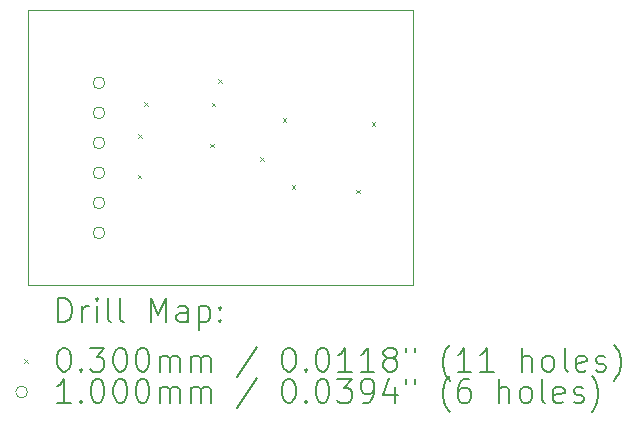
<source format=gbr>
%TF.GenerationSoftware,KiCad,Pcbnew,9.0.5*%
%TF.CreationDate,2025-12-11T06:10:03-03:00*%
%TF.ProjectId,dual IMU_module,6475616c-2049-44d5-955f-6d6f64756c65,rev?*%
%TF.SameCoordinates,Original*%
%TF.FileFunction,Drillmap*%
%TF.FilePolarity,Positive*%
%FSLAX45Y45*%
G04 Gerber Fmt 4.5, Leading zero omitted, Abs format (unit mm)*
G04 Created by KiCad (PCBNEW 9.0.5) date 2025-12-11 06:10:03*
%MOMM*%
%LPD*%
G01*
G04 APERTURE LIST*
%ADD10C,0.050000*%
%ADD11C,0.200000*%
%ADD12C,0.100000*%
G04 APERTURE END LIST*
D10*
X12352000Y-6903000D02*
X15615000Y-6903000D01*
X15615000Y-9230000D01*
X12352000Y-9230000D01*
X12352000Y-6903000D01*
D11*
D12*
X13284000Y-8299000D02*
X13314000Y-8329000D01*
X13314000Y-8299000D02*
X13284000Y-8329000D01*
X13287000Y-7956000D02*
X13317000Y-7986000D01*
X13317000Y-7956000D02*
X13287000Y-7986000D01*
X13336000Y-7686000D02*
X13366000Y-7716000D01*
X13366000Y-7686000D02*
X13336000Y-7716000D01*
X13898000Y-8037000D02*
X13928000Y-8067000D01*
X13928000Y-8037000D02*
X13898000Y-8067000D01*
X13909000Y-7688000D02*
X13939000Y-7718000D01*
X13939000Y-7688000D02*
X13909000Y-7718000D01*
X13964000Y-7489000D02*
X13994000Y-7519000D01*
X13994000Y-7489000D02*
X13964000Y-7519000D01*
X14319000Y-8151000D02*
X14349000Y-8181000D01*
X14349000Y-8151000D02*
X14319000Y-8181000D01*
X14508000Y-7819000D02*
X14538000Y-7849000D01*
X14538000Y-7819000D02*
X14508000Y-7849000D01*
X14587000Y-8385000D02*
X14617000Y-8415000D01*
X14617000Y-8385000D02*
X14587000Y-8415000D01*
X15131000Y-8424000D02*
X15161000Y-8454000D01*
X15161000Y-8424000D02*
X15131000Y-8454000D01*
X15265000Y-7853000D02*
X15295000Y-7883000D01*
X15295000Y-7853000D02*
X15265000Y-7883000D01*
X13004000Y-7520000D02*
G75*
G02*
X12904000Y-7520000I-50000J0D01*
G01*
X12904000Y-7520000D02*
G75*
G02*
X13004000Y-7520000I50000J0D01*
G01*
X13004000Y-7774000D02*
G75*
G02*
X12904000Y-7774000I-50000J0D01*
G01*
X12904000Y-7774000D02*
G75*
G02*
X13004000Y-7774000I50000J0D01*
G01*
X13004000Y-8028000D02*
G75*
G02*
X12904000Y-8028000I-50000J0D01*
G01*
X12904000Y-8028000D02*
G75*
G02*
X13004000Y-8028000I50000J0D01*
G01*
X13004000Y-8282000D02*
G75*
G02*
X12904000Y-8282000I-50000J0D01*
G01*
X12904000Y-8282000D02*
G75*
G02*
X13004000Y-8282000I50000J0D01*
G01*
X13004000Y-8536000D02*
G75*
G02*
X12904000Y-8536000I-50000J0D01*
G01*
X12904000Y-8536000D02*
G75*
G02*
X13004000Y-8536000I50000J0D01*
G01*
X13004000Y-8790000D02*
G75*
G02*
X12904000Y-8790000I-50000J0D01*
G01*
X12904000Y-8790000D02*
G75*
G02*
X13004000Y-8790000I50000J0D01*
G01*
D11*
X12610277Y-9543984D02*
X12610277Y-9343984D01*
X12610277Y-9343984D02*
X12657896Y-9343984D01*
X12657896Y-9343984D02*
X12686467Y-9353508D01*
X12686467Y-9353508D02*
X12705515Y-9372555D01*
X12705515Y-9372555D02*
X12715039Y-9391603D01*
X12715039Y-9391603D02*
X12724562Y-9429698D01*
X12724562Y-9429698D02*
X12724562Y-9458270D01*
X12724562Y-9458270D02*
X12715039Y-9496365D01*
X12715039Y-9496365D02*
X12705515Y-9515412D01*
X12705515Y-9515412D02*
X12686467Y-9534460D01*
X12686467Y-9534460D02*
X12657896Y-9543984D01*
X12657896Y-9543984D02*
X12610277Y-9543984D01*
X12810277Y-9543984D02*
X12810277Y-9410650D01*
X12810277Y-9448746D02*
X12819801Y-9429698D01*
X12819801Y-9429698D02*
X12829324Y-9420174D01*
X12829324Y-9420174D02*
X12848372Y-9410650D01*
X12848372Y-9410650D02*
X12867420Y-9410650D01*
X12934086Y-9543984D02*
X12934086Y-9410650D01*
X12934086Y-9343984D02*
X12924562Y-9353508D01*
X12924562Y-9353508D02*
X12934086Y-9363031D01*
X12934086Y-9363031D02*
X12943610Y-9353508D01*
X12943610Y-9353508D02*
X12934086Y-9343984D01*
X12934086Y-9343984D02*
X12934086Y-9363031D01*
X13057896Y-9543984D02*
X13038848Y-9534460D01*
X13038848Y-9534460D02*
X13029324Y-9515412D01*
X13029324Y-9515412D02*
X13029324Y-9343984D01*
X13162658Y-9543984D02*
X13143610Y-9534460D01*
X13143610Y-9534460D02*
X13134086Y-9515412D01*
X13134086Y-9515412D02*
X13134086Y-9343984D01*
X13391229Y-9543984D02*
X13391229Y-9343984D01*
X13391229Y-9343984D02*
X13457896Y-9486841D01*
X13457896Y-9486841D02*
X13524562Y-9343984D01*
X13524562Y-9343984D02*
X13524562Y-9543984D01*
X13705515Y-9543984D02*
X13705515Y-9439222D01*
X13705515Y-9439222D02*
X13695991Y-9420174D01*
X13695991Y-9420174D02*
X13676943Y-9410650D01*
X13676943Y-9410650D02*
X13638848Y-9410650D01*
X13638848Y-9410650D02*
X13619801Y-9420174D01*
X13705515Y-9534460D02*
X13686467Y-9543984D01*
X13686467Y-9543984D02*
X13638848Y-9543984D01*
X13638848Y-9543984D02*
X13619801Y-9534460D01*
X13619801Y-9534460D02*
X13610277Y-9515412D01*
X13610277Y-9515412D02*
X13610277Y-9496365D01*
X13610277Y-9496365D02*
X13619801Y-9477317D01*
X13619801Y-9477317D02*
X13638848Y-9467793D01*
X13638848Y-9467793D02*
X13686467Y-9467793D01*
X13686467Y-9467793D02*
X13705515Y-9458270D01*
X13800753Y-9410650D02*
X13800753Y-9610650D01*
X13800753Y-9420174D02*
X13819801Y-9410650D01*
X13819801Y-9410650D02*
X13857896Y-9410650D01*
X13857896Y-9410650D02*
X13876943Y-9420174D01*
X13876943Y-9420174D02*
X13886467Y-9429698D01*
X13886467Y-9429698D02*
X13895991Y-9448746D01*
X13895991Y-9448746D02*
X13895991Y-9505889D01*
X13895991Y-9505889D02*
X13886467Y-9524936D01*
X13886467Y-9524936D02*
X13876943Y-9534460D01*
X13876943Y-9534460D02*
X13857896Y-9543984D01*
X13857896Y-9543984D02*
X13819801Y-9543984D01*
X13819801Y-9543984D02*
X13800753Y-9534460D01*
X13981705Y-9524936D02*
X13991229Y-9534460D01*
X13991229Y-9534460D02*
X13981705Y-9543984D01*
X13981705Y-9543984D02*
X13972182Y-9534460D01*
X13972182Y-9534460D02*
X13981705Y-9524936D01*
X13981705Y-9524936D02*
X13981705Y-9543984D01*
X13981705Y-9420174D02*
X13991229Y-9429698D01*
X13991229Y-9429698D02*
X13981705Y-9439222D01*
X13981705Y-9439222D02*
X13972182Y-9429698D01*
X13972182Y-9429698D02*
X13981705Y-9420174D01*
X13981705Y-9420174D02*
X13981705Y-9439222D01*
D12*
X12319500Y-9857500D02*
X12349500Y-9887500D01*
X12349500Y-9857500D02*
X12319500Y-9887500D01*
D11*
X12648372Y-9763984D02*
X12667420Y-9763984D01*
X12667420Y-9763984D02*
X12686467Y-9773508D01*
X12686467Y-9773508D02*
X12695991Y-9783031D01*
X12695991Y-9783031D02*
X12705515Y-9802079D01*
X12705515Y-9802079D02*
X12715039Y-9840174D01*
X12715039Y-9840174D02*
X12715039Y-9887793D01*
X12715039Y-9887793D02*
X12705515Y-9925889D01*
X12705515Y-9925889D02*
X12695991Y-9944936D01*
X12695991Y-9944936D02*
X12686467Y-9954460D01*
X12686467Y-9954460D02*
X12667420Y-9963984D01*
X12667420Y-9963984D02*
X12648372Y-9963984D01*
X12648372Y-9963984D02*
X12629324Y-9954460D01*
X12629324Y-9954460D02*
X12619801Y-9944936D01*
X12619801Y-9944936D02*
X12610277Y-9925889D01*
X12610277Y-9925889D02*
X12600753Y-9887793D01*
X12600753Y-9887793D02*
X12600753Y-9840174D01*
X12600753Y-9840174D02*
X12610277Y-9802079D01*
X12610277Y-9802079D02*
X12619801Y-9783031D01*
X12619801Y-9783031D02*
X12629324Y-9773508D01*
X12629324Y-9773508D02*
X12648372Y-9763984D01*
X12800753Y-9944936D02*
X12810277Y-9954460D01*
X12810277Y-9954460D02*
X12800753Y-9963984D01*
X12800753Y-9963984D02*
X12791229Y-9954460D01*
X12791229Y-9954460D02*
X12800753Y-9944936D01*
X12800753Y-9944936D02*
X12800753Y-9963984D01*
X12876943Y-9763984D02*
X13000753Y-9763984D01*
X13000753Y-9763984D02*
X12934086Y-9840174D01*
X12934086Y-9840174D02*
X12962658Y-9840174D01*
X12962658Y-9840174D02*
X12981705Y-9849698D01*
X12981705Y-9849698D02*
X12991229Y-9859222D01*
X12991229Y-9859222D02*
X13000753Y-9878270D01*
X13000753Y-9878270D02*
X13000753Y-9925889D01*
X13000753Y-9925889D02*
X12991229Y-9944936D01*
X12991229Y-9944936D02*
X12981705Y-9954460D01*
X12981705Y-9954460D02*
X12962658Y-9963984D01*
X12962658Y-9963984D02*
X12905515Y-9963984D01*
X12905515Y-9963984D02*
X12886467Y-9954460D01*
X12886467Y-9954460D02*
X12876943Y-9944936D01*
X13124562Y-9763984D02*
X13143610Y-9763984D01*
X13143610Y-9763984D02*
X13162658Y-9773508D01*
X13162658Y-9773508D02*
X13172182Y-9783031D01*
X13172182Y-9783031D02*
X13181705Y-9802079D01*
X13181705Y-9802079D02*
X13191229Y-9840174D01*
X13191229Y-9840174D02*
X13191229Y-9887793D01*
X13191229Y-9887793D02*
X13181705Y-9925889D01*
X13181705Y-9925889D02*
X13172182Y-9944936D01*
X13172182Y-9944936D02*
X13162658Y-9954460D01*
X13162658Y-9954460D02*
X13143610Y-9963984D01*
X13143610Y-9963984D02*
X13124562Y-9963984D01*
X13124562Y-9963984D02*
X13105515Y-9954460D01*
X13105515Y-9954460D02*
X13095991Y-9944936D01*
X13095991Y-9944936D02*
X13086467Y-9925889D01*
X13086467Y-9925889D02*
X13076943Y-9887793D01*
X13076943Y-9887793D02*
X13076943Y-9840174D01*
X13076943Y-9840174D02*
X13086467Y-9802079D01*
X13086467Y-9802079D02*
X13095991Y-9783031D01*
X13095991Y-9783031D02*
X13105515Y-9773508D01*
X13105515Y-9773508D02*
X13124562Y-9763984D01*
X13315039Y-9763984D02*
X13334086Y-9763984D01*
X13334086Y-9763984D02*
X13353134Y-9773508D01*
X13353134Y-9773508D02*
X13362658Y-9783031D01*
X13362658Y-9783031D02*
X13372182Y-9802079D01*
X13372182Y-9802079D02*
X13381705Y-9840174D01*
X13381705Y-9840174D02*
X13381705Y-9887793D01*
X13381705Y-9887793D02*
X13372182Y-9925889D01*
X13372182Y-9925889D02*
X13362658Y-9944936D01*
X13362658Y-9944936D02*
X13353134Y-9954460D01*
X13353134Y-9954460D02*
X13334086Y-9963984D01*
X13334086Y-9963984D02*
X13315039Y-9963984D01*
X13315039Y-9963984D02*
X13295991Y-9954460D01*
X13295991Y-9954460D02*
X13286467Y-9944936D01*
X13286467Y-9944936D02*
X13276943Y-9925889D01*
X13276943Y-9925889D02*
X13267420Y-9887793D01*
X13267420Y-9887793D02*
X13267420Y-9840174D01*
X13267420Y-9840174D02*
X13276943Y-9802079D01*
X13276943Y-9802079D02*
X13286467Y-9783031D01*
X13286467Y-9783031D02*
X13295991Y-9773508D01*
X13295991Y-9773508D02*
X13315039Y-9763984D01*
X13467420Y-9963984D02*
X13467420Y-9830650D01*
X13467420Y-9849698D02*
X13476943Y-9840174D01*
X13476943Y-9840174D02*
X13495991Y-9830650D01*
X13495991Y-9830650D02*
X13524563Y-9830650D01*
X13524563Y-9830650D02*
X13543610Y-9840174D01*
X13543610Y-9840174D02*
X13553134Y-9859222D01*
X13553134Y-9859222D02*
X13553134Y-9963984D01*
X13553134Y-9859222D02*
X13562658Y-9840174D01*
X13562658Y-9840174D02*
X13581705Y-9830650D01*
X13581705Y-9830650D02*
X13610277Y-9830650D01*
X13610277Y-9830650D02*
X13629324Y-9840174D01*
X13629324Y-9840174D02*
X13638848Y-9859222D01*
X13638848Y-9859222D02*
X13638848Y-9963984D01*
X13734086Y-9963984D02*
X13734086Y-9830650D01*
X13734086Y-9849698D02*
X13743610Y-9840174D01*
X13743610Y-9840174D02*
X13762658Y-9830650D01*
X13762658Y-9830650D02*
X13791229Y-9830650D01*
X13791229Y-9830650D02*
X13810277Y-9840174D01*
X13810277Y-9840174D02*
X13819801Y-9859222D01*
X13819801Y-9859222D02*
X13819801Y-9963984D01*
X13819801Y-9859222D02*
X13829324Y-9840174D01*
X13829324Y-9840174D02*
X13848372Y-9830650D01*
X13848372Y-9830650D02*
X13876943Y-9830650D01*
X13876943Y-9830650D02*
X13895991Y-9840174D01*
X13895991Y-9840174D02*
X13905515Y-9859222D01*
X13905515Y-9859222D02*
X13905515Y-9963984D01*
X14295991Y-9754460D02*
X14124563Y-10011603D01*
X14553134Y-9763984D02*
X14572182Y-9763984D01*
X14572182Y-9763984D02*
X14591229Y-9773508D01*
X14591229Y-9773508D02*
X14600753Y-9783031D01*
X14600753Y-9783031D02*
X14610277Y-9802079D01*
X14610277Y-9802079D02*
X14619801Y-9840174D01*
X14619801Y-9840174D02*
X14619801Y-9887793D01*
X14619801Y-9887793D02*
X14610277Y-9925889D01*
X14610277Y-9925889D02*
X14600753Y-9944936D01*
X14600753Y-9944936D02*
X14591229Y-9954460D01*
X14591229Y-9954460D02*
X14572182Y-9963984D01*
X14572182Y-9963984D02*
X14553134Y-9963984D01*
X14553134Y-9963984D02*
X14534086Y-9954460D01*
X14534086Y-9954460D02*
X14524563Y-9944936D01*
X14524563Y-9944936D02*
X14515039Y-9925889D01*
X14515039Y-9925889D02*
X14505515Y-9887793D01*
X14505515Y-9887793D02*
X14505515Y-9840174D01*
X14505515Y-9840174D02*
X14515039Y-9802079D01*
X14515039Y-9802079D02*
X14524563Y-9783031D01*
X14524563Y-9783031D02*
X14534086Y-9773508D01*
X14534086Y-9773508D02*
X14553134Y-9763984D01*
X14705515Y-9944936D02*
X14715039Y-9954460D01*
X14715039Y-9954460D02*
X14705515Y-9963984D01*
X14705515Y-9963984D02*
X14695991Y-9954460D01*
X14695991Y-9954460D02*
X14705515Y-9944936D01*
X14705515Y-9944936D02*
X14705515Y-9963984D01*
X14838848Y-9763984D02*
X14857896Y-9763984D01*
X14857896Y-9763984D02*
X14876944Y-9773508D01*
X14876944Y-9773508D02*
X14886467Y-9783031D01*
X14886467Y-9783031D02*
X14895991Y-9802079D01*
X14895991Y-9802079D02*
X14905515Y-9840174D01*
X14905515Y-9840174D02*
X14905515Y-9887793D01*
X14905515Y-9887793D02*
X14895991Y-9925889D01*
X14895991Y-9925889D02*
X14886467Y-9944936D01*
X14886467Y-9944936D02*
X14876944Y-9954460D01*
X14876944Y-9954460D02*
X14857896Y-9963984D01*
X14857896Y-9963984D02*
X14838848Y-9963984D01*
X14838848Y-9963984D02*
X14819801Y-9954460D01*
X14819801Y-9954460D02*
X14810277Y-9944936D01*
X14810277Y-9944936D02*
X14800753Y-9925889D01*
X14800753Y-9925889D02*
X14791229Y-9887793D01*
X14791229Y-9887793D02*
X14791229Y-9840174D01*
X14791229Y-9840174D02*
X14800753Y-9802079D01*
X14800753Y-9802079D02*
X14810277Y-9783031D01*
X14810277Y-9783031D02*
X14819801Y-9773508D01*
X14819801Y-9773508D02*
X14838848Y-9763984D01*
X15095991Y-9963984D02*
X14981706Y-9963984D01*
X15038848Y-9963984D02*
X15038848Y-9763984D01*
X15038848Y-9763984D02*
X15019801Y-9792555D01*
X15019801Y-9792555D02*
X15000753Y-9811603D01*
X15000753Y-9811603D02*
X14981706Y-9821127D01*
X15286467Y-9963984D02*
X15172182Y-9963984D01*
X15229325Y-9963984D02*
X15229325Y-9763984D01*
X15229325Y-9763984D02*
X15210277Y-9792555D01*
X15210277Y-9792555D02*
X15191229Y-9811603D01*
X15191229Y-9811603D02*
X15172182Y-9821127D01*
X15400753Y-9849698D02*
X15381706Y-9840174D01*
X15381706Y-9840174D02*
X15372182Y-9830650D01*
X15372182Y-9830650D02*
X15362658Y-9811603D01*
X15362658Y-9811603D02*
X15362658Y-9802079D01*
X15362658Y-9802079D02*
X15372182Y-9783031D01*
X15372182Y-9783031D02*
X15381706Y-9773508D01*
X15381706Y-9773508D02*
X15400753Y-9763984D01*
X15400753Y-9763984D02*
X15438848Y-9763984D01*
X15438848Y-9763984D02*
X15457896Y-9773508D01*
X15457896Y-9773508D02*
X15467420Y-9783031D01*
X15467420Y-9783031D02*
X15476944Y-9802079D01*
X15476944Y-9802079D02*
X15476944Y-9811603D01*
X15476944Y-9811603D02*
X15467420Y-9830650D01*
X15467420Y-9830650D02*
X15457896Y-9840174D01*
X15457896Y-9840174D02*
X15438848Y-9849698D01*
X15438848Y-9849698D02*
X15400753Y-9849698D01*
X15400753Y-9849698D02*
X15381706Y-9859222D01*
X15381706Y-9859222D02*
X15372182Y-9868746D01*
X15372182Y-9868746D02*
X15362658Y-9887793D01*
X15362658Y-9887793D02*
X15362658Y-9925889D01*
X15362658Y-9925889D02*
X15372182Y-9944936D01*
X15372182Y-9944936D02*
X15381706Y-9954460D01*
X15381706Y-9954460D02*
X15400753Y-9963984D01*
X15400753Y-9963984D02*
X15438848Y-9963984D01*
X15438848Y-9963984D02*
X15457896Y-9954460D01*
X15457896Y-9954460D02*
X15467420Y-9944936D01*
X15467420Y-9944936D02*
X15476944Y-9925889D01*
X15476944Y-9925889D02*
X15476944Y-9887793D01*
X15476944Y-9887793D02*
X15467420Y-9868746D01*
X15467420Y-9868746D02*
X15457896Y-9859222D01*
X15457896Y-9859222D02*
X15438848Y-9849698D01*
X15553134Y-9763984D02*
X15553134Y-9802079D01*
X15629325Y-9763984D02*
X15629325Y-9802079D01*
X15924563Y-10040174D02*
X15915039Y-10030650D01*
X15915039Y-10030650D02*
X15895991Y-10002079D01*
X15895991Y-10002079D02*
X15886468Y-9983031D01*
X15886468Y-9983031D02*
X15876944Y-9954460D01*
X15876944Y-9954460D02*
X15867420Y-9906841D01*
X15867420Y-9906841D02*
X15867420Y-9868746D01*
X15867420Y-9868746D02*
X15876944Y-9821127D01*
X15876944Y-9821127D02*
X15886468Y-9792555D01*
X15886468Y-9792555D02*
X15895991Y-9773508D01*
X15895991Y-9773508D02*
X15915039Y-9744936D01*
X15915039Y-9744936D02*
X15924563Y-9735412D01*
X16105515Y-9963984D02*
X15991229Y-9963984D01*
X16048372Y-9963984D02*
X16048372Y-9763984D01*
X16048372Y-9763984D02*
X16029325Y-9792555D01*
X16029325Y-9792555D02*
X16010277Y-9811603D01*
X16010277Y-9811603D02*
X15991229Y-9821127D01*
X16295991Y-9963984D02*
X16181706Y-9963984D01*
X16238848Y-9963984D02*
X16238848Y-9763984D01*
X16238848Y-9763984D02*
X16219801Y-9792555D01*
X16219801Y-9792555D02*
X16200753Y-9811603D01*
X16200753Y-9811603D02*
X16181706Y-9821127D01*
X16534087Y-9963984D02*
X16534087Y-9763984D01*
X16619801Y-9963984D02*
X16619801Y-9859222D01*
X16619801Y-9859222D02*
X16610277Y-9840174D01*
X16610277Y-9840174D02*
X16591230Y-9830650D01*
X16591230Y-9830650D02*
X16562658Y-9830650D01*
X16562658Y-9830650D02*
X16543610Y-9840174D01*
X16543610Y-9840174D02*
X16534087Y-9849698D01*
X16743610Y-9963984D02*
X16724563Y-9954460D01*
X16724563Y-9954460D02*
X16715039Y-9944936D01*
X16715039Y-9944936D02*
X16705515Y-9925889D01*
X16705515Y-9925889D02*
X16705515Y-9868746D01*
X16705515Y-9868746D02*
X16715039Y-9849698D01*
X16715039Y-9849698D02*
X16724563Y-9840174D01*
X16724563Y-9840174D02*
X16743610Y-9830650D01*
X16743610Y-9830650D02*
X16772182Y-9830650D01*
X16772182Y-9830650D02*
X16791230Y-9840174D01*
X16791230Y-9840174D02*
X16800753Y-9849698D01*
X16800753Y-9849698D02*
X16810277Y-9868746D01*
X16810277Y-9868746D02*
X16810277Y-9925889D01*
X16810277Y-9925889D02*
X16800753Y-9944936D01*
X16800753Y-9944936D02*
X16791230Y-9954460D01*
X16791230Y-9954460D02*
X16772182Y-9963984D01*
X16772182Y-9963984D02*
X16743610Y-9963984D01*
X16924563Y-9963984D02*
X16905515Y-9954460D01*
X16905515Y-9954460D02*
X16895992Y-9935412D01*
X16895992Y-9935412D02*
X16895992Y-9763984D01*
X17076944Y-9954460D02*
X17057896Y-9963984D01*
X17057896Y-9963984D02*
X17019801Y-9963984D01*
X17019801Y-9963984D02*
X17000753Y-9954460D01*
X17000753Y-9954460D02*
X16991230Y-9935412D01*
X16991230Y-9935412D02*
X16991230Y-9859222D01*
X16991230Y-9859222D02*
X17000753Y-9840174D01*
X17000753Y-9840174D02*
X17019801Y-9830650D01*
X17019801Y-9830650D02*
X17057896Y-9830650D01*
X17057896Y-9830650D02*
X17076944Y-9840174D01*
X17076944Y-9840174D02*
X17086468Y-9859222D01*
X17086468Y-9859222D02*
X17086468Y-9878270D01*
X17086468Y-9878270D02*
X16991230Y-9897317D01*
X17162658Y-9954460D02*
X17181706Y-9963984D01*
X17181706Y-9963984D02*
X17219801Y-9963984D01*
X17219801Y-9963984D02*
X17238849Y-9954460D01*
X17238849Y-9954460D02*
X17248373Y-9935412D01*
X17248373Y-9935412D02*
X17248373Y-9925889D01*
X17248373Y-9925889D02*
X17238849Y-9906841D01*
X17238849Y-9906841D02*
X17219801Y-9897317D01*
X17219801Y-9897317D02*
X17191230Y-9897317D01*
X17191230Y-9897317D02*
X17172182Y-9887793D01*
X17172182Y-9887793D02*
X17162658Y-9868746D01*
X17162658Y-9868746D02*
X17162658Y-9859222D01*
X17162658Y-9859222D02*
X17172182Y-9840174D01*
X17172182Y-9840174D02*
X17191230Y-9830650D01*
X17191230Y-9830650D02*
X17219801Y-9830650D01*
X17219801Y-9830650D02*
X17238849Y-9840174D01*
X17315039Y-10040174D02*
X17324563Y-10030650D01*
X17324563Y-10030650D02*
X17343611Y-10002079D01*
X17343611Y-10002079D02*
X17353134Y-9983031D01*
X17353134Y-9983031D02*
X17362658Y-9954460D01*
X17362658Y-9954460D02*
X17372182Y-9906841D01*
X17372182Y-9906841D02*
X17372182Y-9868746D01*
X17372182Y-9868746D02*
X17362658Y-9821127D01*
X17362658Y-9821127D02*
X17353134Y-9792555D01*
X17353134Y-9792555D02*
X17343611Y-9773508D01*
X17343611Y-9773508D02*
X17324563Y-9744936D01*
X17324563Y-9744936D02*
X17315039Y-9735412D01*
D12*
X12349500Y-10136500D02*
G75*
G02*
X12249500Y-10136500I-50000J0D01*
G01*
X12249500Y-10136500D02*
G75*
G02*
X12349500Y-10136500I50000J0D01*
G01*
D11*
X12715039Y-10227984D02*
X12600753Y-10227984D01*
X12657896Y-10227984D02*
X12657896Y-10027984D01*
X12657896Y-10027984D02*
X12638848Y-10056555D01*
X12638848Y-10056555D02*
X12619801Y-10075603D01*
X12619801Y-10075603D02*
X12600753Y-10085127D01*
X12800753Y-10208936D02*
X12810277Y-10218460D01*
X12810277Y-10218460D02*
X12800753Y-10227984D01*
X12800753Y-10227984D02*
X12791229Y-10218460D01*
X12791229Y-10218460D02*
X12800753Y-10208936D01*
X12800753Y-10208936D02*
X12800753Y-10227984D01*
X12934086Y-10027984D02*
X12953134Y-10027984D01*
X12953134Y-10027984D02*
X12972182Y-10037508D01*
X12972182Y-10037508D02*
X12981705Y-10047031D01*
X12981705Y-10047031D02*
X12991229Y-10066079D01*
X12991229Y-10066079D02*
X13000753Y-10104174D01*
X13000753Y-10104174D02*
X13000753Y-10151793D01*
X13000753Y-10151793D02*
X12991229Y-10189889D01*
X12991229Y-10189889D02*
X12981705Y-10208936D01*
X12981705Y-10208936D02*
X12972182Y-10218460D01*
X12972182Y-10218460D02*
X12953134Y-10227984D01*
X12953134Y-10227984D02*
X12934086Y-10227984D01*
X12934086Y-10227984D02*
X12915039Y-10218460D01*
X12915039Y-10218460D02*
X12905515Y-10208936D01*
X12905515Y-10208936D02*
X12895991Y-10189889D01*
X12895991Y-10189889D02*
X12886467Y-10151793D01*
X12886467Y-10151793D02*
X12886467Y-10104174D01*
X12886467Y-10104174D02*
X12895991Y-10066079D01*
X12895991Y-10066079D02*
X12905515Y-10047031D01*
X12905515Y-10047031D02*
X12915039Y-10037508D01*
X12915039Y-10037508D02*
X12934086Y-10027984D01*
X13124562Y-10027984D02*
X13143610Y-10027984D01*
X13143610Y-10027984D02*
X13162658Y-10037508D01*
X13162658Y-10037508D02*
X13172182Y-10047031D01*
X13172182Y-10047031D02*
X13181705Y-10066079D01*
X13181705Y-10066079D02*
X13191229Y-10104174D01*
X13191229Y-10104174D02*
X13191229Y-10151793D01*
X13191229Y-10151793D02*
X13181705Y-10189889D01*
X13181705Y-10189889D02*
X13172182Y-10208936D01*
X13172182Y-10208936D02*
X13162658Y-10218460D01*
X13162658Y-10218460D02*
X13143610Y-10227984D01*
X13143610Y-10227984D02*
X13124562Y-10227984D01*
X13124562Y-10227984D02*
X13105515Y-10218460D01*
X13105515Y-10218460D02*
X13095991Y-10208936D01*
X13095991Y-10208936D02*
X13086467Y-10189889D01*
X13086467Y-10189889D02*
X13076943Y-10151793D01*
X13076943Y-10151793D02*
X13076943Y-10104174D01*
X13076943Y-10104174D02*
X13086467Y-10066079D01*
X13086467Y-10066079D02*
X13095991Y-10047031D01*
X13095991Y-10047031D02*
X13105515Y-10037508D01*
X13105515Y-10037508D02*
X13124562Y-10027984D01*
X13315039Y-10027984D02*
X13334086Y-10027984D01*
X13334086Y-10027984D02*
X13353134Y-10037508D01*
X13353134Y-10037508D02*
X13362658Y-10047031D01*
X13362658Y-10047031D02*
X13372182Y-10066079D01*
X13372182Y-10066079D02*
X13381705Y-10104174D01*
X13381705Y-10104174D02*
X13381705Y-10151793D01*
X13381705Y-10151793D02*
X13372182Y-10189889D01*
X13372182Y-10189889D02*
X13362658Y-10208936D01*
X13362658Y-10208936D02*
X13353134Y-10218460D01*
X13353134Y-10218460D02*
X13334086Y-10227984D01*
X13334086Y-10227984D02*
X13315039Y-10227984D01*
X13315039Y-10227984D02*
X13295991Y-10218460D01*
X13295991Y-10218460D02*
X13286467Y-10208936D01*
X13286467Y-10208936D02*
X13276943Y-10189889D01*
X13276943Y-10189889D02*
X13267420Y-10151793D01*
X13267420Y-10151793D02*
X13267420Y-10104174D01*
X13267420Y-10104174D02*
X13276943Y-10066079D01*
X13276943Y-10066079D02*
X13286467Y-10047031D01*
X13286467Y-10047031D02*
X13295991Y-10037508D01*
X13295991Y-10037508D02*
X13315039Y-10027984D01*
X13467420Y-10227984D02*
X13467420Y-10094650D01*
X13467420Y-10113698D02*
X13476943Y-10104174D01*
X13476943Y-10104174D02*
X13495991Y-10094650D01*
X13495991Y-10094650D02*
X13524563Y-10094650D01*
X13524563Y-10094650D02*
X13543610Y-10104174D01*
X13543610Y-10104174D02*
X13553134Y-10123222D01*
X13553134Y-10123222D02*
X13553134Y-10227984D01*
X13553134Y-10123222D02*
X13562658Y-10104174D01*
X13562658Y-10104174D02*
X13581705Y-10094650D01*
X13581705Y-10094650D02*
X13610277Y-10094650D01*
X13610277Y-10094650D02*
X13629324Y-10104174D01*
X13629324Y-10104174D02*
X13638848Y-10123222D01*
X13638848Y-10123222D02*
X13638848Y-10227984D01*
X13734086Y-10227984D02*
X13734086Y-10094650D01*
X13734086Y-10113698D02*
X13743610Y-10104174D01*
X13743610Y-10104174D02*
X13762658Y-10094650D01*
X13762658Y-10094650D02*
X13791229Y-10094650D01*
X13791229Y-10094650D02*
X13810277Y-10104174D01*
X13810277Y-10104174D02*
X13819801Y-10123222D01*
X13819801Y-10123222D02*
X13819801Y-10227984D01*
X13819801Y-10123222D02*
X13829324Y-10104174D01*
X13829324Y-10104174D02*
X13848372Y-10094650D01*
X13848372Y-10094650D02*
X13876943Y-10094650D01*
X13876943Y-10094650D02*
X13895991Y-10104174D01*
X13895991Y-10104174D02*
X13905515Y-10123222D01*
X13905515Y-10123222D02*
X13905515Y-10227984D01*
X14295991Y-10018460D02*
X14124563Y-10275603D01*
X14553134Y-10027984D02*
X14572182Y-10027984D01*
X14572182Y-10027984D02*
X14591229Y-10037508D01*
X14591229Y-10037508D02*
X14600753Y-10047031D01*
X14600753Y-10047031D02*
X14610277Y-10066079D01*
X14610277Y-10066079D02*
X14619801Y-10104174D01*
X14619801Y-10104174D02*
X14619801Y-10151793D01*
X14619801Y-10151793D02*
X14610277Y-10189889D01*
X14610277Y-10189889D02*
X14600753Y-10208936D01*
X14600753Y-10208936D02*
X14591229Y-10218460D01*
X14591229Y-10218460D02*
X14572182Y-10227984D01*
X14572182Y-10227984D02*
X14553134Y-10227984D01*
X14553134Y-10227984D02*
X14534086Y-10218460D01*
X14534086Y-10218460D02*
X14524563Y-10208936D01*
X14524563Y-10208936D02*
X14515039Y-10189889D01*
X14515039Y-10189889D02*
X14505515Y-10151793D01*
X14505515Y-10151793D02*
X14505515Y-10104174D01*
X14505515Y-10104174D02*
X14515039Y-10066079D01*
X14515039Y-10066079D02*
X14524563Y-10047031D01*
X14524563Y-10047031D02*
X14534086Y-10037508D01*
X14534086Y-10037508D02*
X14553134Y-10027984D01*
X14705515Y-10208936D02*
X14715039Y-10218460D01*
X14715039Y-10218460D02*
X14705515Y-10227984D01*
X14705515Y-10227984D02*
X14695991Y-10218460D01*
X14695991Y-10218460D02*
X14705515Y-10208936D01*
X14705515Y-10208936D02*
X14705515Y-10227984D01*
X14838848Y-10027984D02*
X14857896Y-10027984D01*
X14857896Y-10027984D02*
X14876944Y-10037508D01*
X14876944Y-10037508D02*
X14886467Y-10047031D01*
X14886467Y-10047031D02*
X14895991Y-10066079D01*
X14895991Y-10066079D02*
X14905515Y-10104174D01*
X14905515Y-10104174D02*
X14905515Y-10151793D01*
X14905515Y-10151793D02*
X14895991Y-10189889D01*
X14895991Y-10189889D02*
X14886467Y-10208936D01*
X14886467Y-10208936D02*
X14876944Y-10218460D01*
X14876944Y-10218460D02*
X14857896Y-10227984D01*
X14857896Y-10227984D02*
X14838848Y-10227984D01*
X14838848Y-10227984D02*
X14819801Y-10218460D01*
X14819801Y-10218460D02*
X14810277Y-10208936D01*
X14810277Y-10208936D02*
X14800753Y-10189889D01*
X14800753Y-10189889D02*
X14791229Y-10151793D01*
X14791229Y-10151793D02*
X14791229Y-10104174D01*
X14791229Y-10104174D02*
X14800753Y-10066079D01*
X14800753Y-10066079D02*
X14810277Y-10047031D01*
X14810277Y-10047031D02*
X14819801Y-10037508D01*
X14819801Y-10037508D02*
X14838848Y-10027984D01*
X14972182Y-10027984D02*
X15095991Y-10027984D01*
X15095991Y-10027984D02*
X15029325Y-10104174D01*
X15029325Y-10104174D02*
X15057896Y-10104174D01*
X15057896Y-10104174D02*
X15076944Y-10113698D01*
X15076944Y-10113698D02*
X15086467Y-10123222D01*
X15086467Y-10123222D02*
X15095991Y-10142270D01*
X15095991Y-10142270D02*
X15095991Y-10189889D01*
X15095991Y-10189889D02*
X15086467Y-10208936D01*
X15086467Y-10208936D02*
X15076944Y-10218460D01*
X15076944Y-10218460D02*
X15057896Y-10227984D01*
X15057896Y-10227984D02*
X15000753Y-10227984D01*
X15000753Y-10227984D02*
X14981706Y-10218460D01*
X14981706Y-10218460D02*
X14972182Y-10208936D01*
X15191229Y-10227984D02*
X15229325Y-10227984D01*
X15229325Y-10227984D02*
X15248372Y-10218460D01*
X15248372Y-10218460D02*
X15257896Y-10208936D01*
X15257896Y-10208936D02*
X15276944Y-10180365D01*
X15276944Y-10180365D02*
X15286467Y-10142270D01*
X15286467Y-10142270D02*
X15286467Y-10066079D01*
X15286467Y-10066079D02*
X15276944Y-10047031D01*
X15276944Y-10047031D02*
X15267420Y-10037508D01*
X15267420Y-10037508D02*
X15248372Y-10027984D01*
X15248372Y-10027984D02*
X15210277Y-10027984D01*
X15210277Y-10027984D02*
X15191229Y-10037508D01*
X15191229Y-10037508D02*
X15181706Y-10047031D01*
X15181706Y-10047031D02*
X15172182Y-10066079D01*
X15172182Y-10066079D02*
X15172182Y-10113698D01*
X15172182Y-10113698D02*
X15181706Y-10132746D01*
X15181706Y-10132746D02*
X15191229Y-10142270D01*
X15191229Y-10142270D02*
X15210277Y-10151793D01*
X15210277Y-10151793D02*
X15248372Y-10151793D01*
X15248372Y-10151793D02*
X15267420Y-10142270D01*
X15267420Y-10142270D02*
X15276944Y-10132746D01*
X15276944Y-10132746D02*
X15286467Y-10113698D01*
X15457896Y-10094650D02*
X15457896Y-10227984D01*
X15410277Y-10018460D02*
X15362658Y-10161317D01*
X15362658Y-10161317D02*
X15486467Y-10161317D01*
X15553134Y-10027984D02*
X15553134Y-10066079D01*
X15629325Y-10027984D02*
X15629325Y-10066079D01*
X15924563Y-10304174D02*
X15915039Y-10294650D01*
X15915039Y-10294650D02*
X15895991Y-10266079D01*
X15895991Y-10266079D02*
X15886468Y-10247031D01*
X15886468Y-10247031D02*
X15876944Y-10218460D01*
X15876944Y-10218460D02*
X15867420Y-10170841D01*
X15867420Y-10170841D02*
X15867420Y-10132746D01*
X15867420Y-10132746D02*
X15876944Y-10085127D01*
X15876944Y-10085127D02*
X15886468Y-10056555D01*
X15886468Y-10056555D02*
X15895991Y-10037508D01*
X15895991Y-10037508D02*
X15915039Y-10008936D01*
X15915039Y-10008936D02*
X15924563Y-9999412D01*
X16086468Y-10027984D02*
X16048372Y-10027984D01*
X16048372Y-10027984D02*
X16029325Y-10037508D01*
X16029325Y-10037508D02*
X16019801Y-10047031D01*
X16019801Y-10047031D02*
X16000753Y-10075603D01*
X16000753Y-10075603D02*
X15991229Y-10113698D01*
X15991229Y-10113698D02*
X15991229Y-10189889D01*
X15991229Y-10189889D02*
X16000753Y-10208936D01*
X16000753Y-10208936D02*
X16010277Y-10218460D01*
X16010277Y-10218460D02*
X16029325Y-10227984D01*
X16029325Y-10227984D02*
X16067420Y-10227984D01*
X16067420Y-10227984D02*
X16086468Y-10218460D01*
X16086468Y-10218460D02*
X16095991Y-10208936D01*
X16095991Y-10208936D02*
X16105515Y-10189889D01*
X16105515Y-10189889D02*
X16105515Y-10142270D01*
X16105515Y-10142270D02*
X16095991Y-10123222D01*
X16095991Y-10123222D02*
X16086468Y-10113698D01*
X16086468Y-10113698D02*
X16067420Y-10104174D01*
X16067420Y-10104174D02*
X16029325Y-10104174D01*
X16029325Y-10104174D02*
X16010277Y-10113698D01*
X16010277Y-10113698D02*
X16000753Y-10123222D01*
X16000753Y-10123222D02*
X15991229Y-10142270D01*
X16343610Y-10227984D02*
X16343610Y-10027984D01*
X16429325Y-10227984D02*
X16429325Y-10123222D01*
X16429325Y-10123222D02*
X16419801Y-10104174D01*
X16419801Y-10104174D02*
X16400753Y-10094650D01*
X16400753Y-10094650D02*
X16372182Y-10094650D01*
X16372182Y-10094650D02*
X16353134Y-10104174D01*
X16353134Y-10104174D02*
X16343610Y-10113698D01*
X16553134Y-10227984D02*
X16534087Y-10218460D01*
X16534087Y-10218460D02*
X16524563Y-10208936D01*
X16524563Y-10208936D02*
X16515039Y-10189889D01*
X16515039Y-10189889D02*
X16515039Y-10132746D01*
X16515039Y-10132746D02*
X16524563Y-10113698D01*
X16524563Y-10113698D02*
X16534087Y-10104174D01*
X16534087Y-10104174D02*
X16553134Y-10094650D01*
X16553134Y-10094650D02*
X16581706Y-10094650D01*
X16581706Y-10094650D02*
X16600753Y-10104174D01*
X16600753Y-10104174D02*
X16610277Y-10113698D01*
X16610277Y-10113698D02*
X16619801Y-10132746D01*
X16619801Y-10132746D02*
X16619801Y-10189889D01*
X16619801Y-10189889D02*
X16610277Y-10208936D01*
X16610277Y-10208936D02*
X16600753Y-10218460D01*
X16600753Y-10218460D02*
X16581706Y-10227984D01*
X16581706Y-10227984D02*
X16553134Y-10227984D01*
X16734087Y-10227984D02*
X16715039Y-10218460D01*
X16715039Y-10218460D02*
X16705515Y-10199412D01*
X16705515Y-10199412D02*
X16705515Y-10027984D01*
X16886468Y-10218460D02*
X16867420Y-10227984D01*
X16867420Y-10227984D02*
X16829325Y-10227984D01*
X16829325Y-10227984D02*
X16810277Y-10218460D01*
X16810277Y-10218460D02*
X16800753Y-10199412D01*
X16800753Y-10199412D02*
X16800753Y-10123222D01*
X16800753Y-10123222D02*
X16810277Y-10104174D01*
X16810277Y-10104174D02*
X16829325Y-10094650D01*
X16829325Y-10094650D02*
X16867420Y-10094650D01*
X16867420Y-10094650D02*
X16886468Y-10104174D01*
X16886468Y-10104174D02*
X16895992Y-10123222D01*
X16895992Y-10123222D02*
X16895992Y-10142270D01*
X16895992Y-10142270D02*
X16800753Y-10161317D01*
X16972182Y-10218460D02*
X16991230Y-10227984D01*
X16991230Y-10227984D02*
X17029325Y-10227984D01*
X17029325Y-10227984D02*
X17048373Y-10218460D01*
X17048373Y-10218460D02*
X17057896Y-10199412D01*
X17057896Y-10199412D02*
X17057896Y-10189889D01*
X17057896Y-10189889D02*
X17048373Y-10170841D01*
X17048373Y-10170841D02*
X17029325Y-10161317D01*
X17029325Y-10161317D02*
X17000753Y-10161317D01*
X17000753Y-10161317D02*
X16981706Y-10151793D01*
X16981706Y-10151793D02*
X16972182Y-10132746D01*
X16972182Y-10132746D02*
X16972182Y-10123222D01*
X16972182Y-10123222D02*
X16981706Y-10104174D01*
X16981706Y-10104174D02*
X17000753Y-10094650D01*
X17000753Y-10094650D02*
X17029325Y-10094650D01*
X17029325Y-10094650D02*
X17048373Y-10104174D01*
X17124563Y-10304174D02*
X17134087Y-10294650D01*
X17134087Y-10294650D02*
X17153134Y-10266079D01*
X17153134Y-10266079D02*
X17162658Y-10247031D01*
X17162658Y-10247031D02*
X17172182Y-10218460D01*
X17172182Y-10218460D02*
X17181706Y-10170841D01*
X17181706Y-10170841D02*
X17181706Y-10132746D01*
X17181706Y-10132746D02*
X17172182Y-10085127D01*
X17172182Y-10085127D02*
X17162658Y-10056555D01*
X17162658Y-10056555D02*
X17153134Y-10037508D01*
X17153134Y-10037508D02*
X17134087Y-10008936D01*
X17134087Y-10008936D02*
X17124563Y-9999412D01*
M02*

</source>
